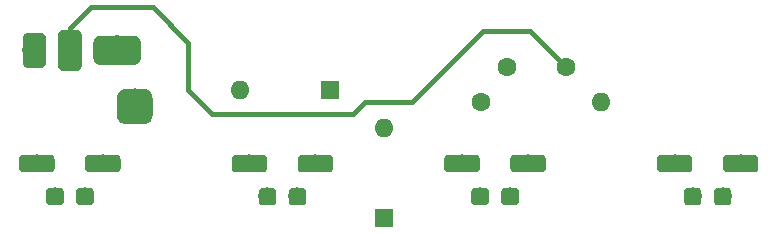
<source format=gbr>
G04 #@! TF.GenerationSoftware,KiCad,Pcbnew,(5.0.1-3-g963ef8bb5)*
G04 #@! TF.CreationDate,2019-02-12T17:52:07-08:00*
G04 #@! TF.ProjectId,4button-3wire,34627574746F6E2D33776972652E6B69,rev?*
G04 #@! TF.SameCoordinates,Original*
G04 #@! TF.FileFunction,Copper,L1,Top,Signal*
G04 #@! TF.FilePolarity,Positive*
%FSLAX46Y46*%
G04 Gerber Fmt 4.6, Leading zero omitted, Abs format (unit mm)*
G04 Created by KiCad (PCBNEW (5.0.1-3-g963ef8bb5)) date Tuesday, February 12, 2019 at 05:52:07 PM*
%MOMM*%
%LPD*%
G01*
G04 APERTURE LIST*
G04 #@! TA.AperFunction,Conductor*
%ADD10C,0.100000*%
G04 #@! TD*
G04 #@! TA.AperFunction,ComponentPad*
%ADD11C,1.500000*%
G04 #@! TD*
G04 #@! TA.AperFunction,ComponentPad*
%ADD12O,1.600000X1.600000*%
G04 #@! TD*
G04 #@! TA.AperFunction,ComponentPad*
%ADD13R,1.600000X1.600000*%
G04 #@! TD*
G04 #@! TA.AperFunction,ComponentPad*
%ADD14C,1.600000*%
G04 #@! TD*
G04 #@! TA.AperFunction,ComponentPad*
%ADD15C,3.000000*%
G04 #@! TD*
G04 #@! TA.AperFunction,ComponentPad*
%ADD16C,2.500000*%
G04 #@! TD*
G04 #@! TA.AperFunction,ComponentPad*
%ADD17C,2.000000*%
G04 #@! TD*
G04 #@! TA.AperFunction,Conductor*
%ADD18C,0.400000*%
G04 #@! TD*
G04 APERTURE END LIST*
D10*
G04 #@! TO.N,Net-(C1-Pad2)*
G04 #@! TO.C,SW2*
G36*
X93141756Y-113251806D02*
X93178159Y-113257206D01*
X93213857Y-113266147D01*
X93248506Y-113278545D01*
X93281774Y-113294280D01*
X93313339Y-113313199D01*
X93342897Y-113335121D01*
X93370165Y-113359835D01*
X93394879Y-113387103D01*
X93416801Y-113416661D01*
X93435720Y-113448226D01*
X93451455Y-113481494D01*
X93463853Y-113516143D01*
X93472794Y-113551841D01*
X93478194Y-113588244D01*
X93480000Y-113625000D01*
X93480000Y-114375000D01*
X93478194Y-114411756D01*
X93472794Y-114448159D01*
X93463853Y-114483857D01*
X93451455Y-114518506D01*
X93435720Y-114551774D01*
X93416801Y-114583339D01*
X93394879Y-114612897D01*
X93370165Y-114640165D01*
X93342897Y-114664879D01*
X93313339Y-114686801D01*
X93281774Y-114705720D01*
X93248506Y-114721455D01*
X93213857Y-114733853D01*
X93178159Y-114742794D01*
X93141756Y-114748194D01*
X93105000Y-114750000D01*
X92355000Y-114750000D01*
X92318244Y-114748194D01*
X92281841Y-114742794D01*
X92246143Y-114733853D01*
X92211494Y-114721455D01*
X92178226Y-114705720D01*
X92146661Y-114686801D01*
X92117103Y-114664879D01*
X92089835Y-114640165D01*
X92065121Y-114612897D01*
X92043199Y-114583339D01*
X92024280Y-114551774D01*
X92008545Y-114518506D01*
X91996147Y-114483857D01*
X91987206Y-114448159D01*
X91981806Y-114411756D01*
X91980000Y-114375000D01*
X91980000Y-113625000D01*
X91981806Y-113588244D01*
X91987206Y-113551841D01*
X91996147Y-113516143D01*
X92008545Y-113481494D01*
X92024280Y-113448226D01*
X92043199Y-113416661D01*
X92065121Y-113387103D01*
X92089835Y-113359835D01*
X92117103Y-113335121D01*
X92146661Y-113313199D01*
X92178226Y-113294280D01*
X92211494Y-113278545D01*
X92246143Y-113266147D01*
X92281841Y-113257206D01*
X92318244Y-113251806D01*
X92355000Y-113250000D01*
X93105000Y-113250000D01*
X93141756Y-113251806D01*
X93141756Y-113251806D01*
G37*
D11*
G04 #@! TD*
G04 #@! TO.P,SW2,4*
G04 #@! TO.N,Net-(C1-Pad2)*
X92730000Y-114000000D03*
D10*
G04 #@! TO.N,Net-(J1-PadS)*
G04 #@! TO.C,SW2*
G36*
X95681756Y-113251806D02*
X95718159Y-113257206D01*
X95753857Y-113266147D01*
X95788506Y-113278545D01*
X95821774Y-113294280D01*
X95853339Y-113313199D01*
X95882897Y-113335121D01*
X95910165Y-113359835D01*
X95934879Y-113387103D01*
X95956801Y-113416661D01*
X95975720Y-113448226D01*
X95991455Y-113481494D01*
X96003853Y-113516143D01*
X96012794Y-113551841D01*
X96018194Y-113588244D01*
X96020000Y-113625000D01*
X96020000Y-114375000D01*
X96018194Y-114411756D01*
X96012794Y-114448159D01*
X96003853Y-114483857D01*
X95991455Y-114518506D01*
X95975720Y-114551774D01*
X95956801Y-114583339D01*
X95934879Y-114612897D01*
X95910165Y-114640165D01*
X95882897Y-114664879D01*
X95853339Y-114686801D01*
X95821774Y-114705720D01*
X95788506Y-114721455D01*
X95753857Y-114733853D01*
X95718159Y-114742794D01*
X95681756Y-114748194D01*
X95645000Y-114750000D01*
X94895000Y-114750000D01*
X94858244Y-114748194D01*
X94821841Y-114742794D01*
X94786143Y-114733853D01*
X94751494Y-114721455D01*
X94718226Y-114705720D01*
X94686661Y-114686801D01*
X94657103Y-114664879D01*
X94629835Y-114640165D01*
X94605121Y-114612897D01*
X94583199Y-114583339D01*
X94564280Y-114551774D01*
X94548545Y-114518506D01*
X94536147Y-114483857D01*
X94527206Y-114448159D01*
X94521806Y-114411756D01*
X94520000Y-114375000D01*
X94520000Y-113625000D01*
X94521806Y-113588244D01*
X94527206Y-113551841D01*
X94536147Y-113516143D01*
X94548545Y-113481494D01*
X94564280Y-113448226D01*
X94583199Y-113416661D01*
X94605121Y-113387103D01*
X94629835Y-113359835D01*
X94657103Y-113335121D01*
X94686661Y-113313199D01*
X94718226Y-113294280D01*
X94751494Y-113278545D01*
X94786143Y-113266147D01*
X94821841Y-113257206D01*
X94858244Y-113251806D01*
X94895000Y-113250000D01*
X95645000Y-113250000D01*
X95681756Y-113251806D01*
X95681756Y-113251806D01*
G37*
D11*
G04 #@! TD*
G04 #@! TO.P,SW2,3*
G04 #@! TO.N,Net-(J1-PadS)*
X95270000Y-114000000D03*
D10*
G04 #@! TO.N,Net-(C1-Pad1)*
G04 #@! TO.C,SW2*
G36*
X97956756Y-110461806D02*
X97993159Y-110467206D01*
X98028857Y-110476147D01*
X98063506Y-110488545D01*
X98096774Y-110504280D01*
X98128339Y-110523199D01*
X98157897Y-110545121D01*
X98185165Y-110569835D01*
X98209879Y-110597103D01*
X98231801Y-110626661D01*
X98250720Y-110658226D01*
X98266455Y-110691494D01*
X98278853Y-110726143D01*
X98287794Y-110761841D01*
X98293194Y-110798244D01*
X98295000Y-110835000D01*
X98295000Y-111585000D01*
X98293194Y-111621756D01*
X98287794Y-111658159D01*
X98278853Y-111693857D01*
X98266455Y-111728506D01*
X98250720Y-111761774D01*
X98231801Y-111793339D01*
X98209879Y-111822897D01*
X98185165Y-111850165D01*
X98157897Y-111874879D01*
X98128339Y-111896801D01*
X98096774Y-111915720D01*
X98063506Y-111931455D01*
X98028857Y-111943853D01*
X97993159Y-111952794D01*
X97956756Y-111958194D01*
X97920000Y-111960000D01*
X95670000Y-111960000D01*
X95633244Y-111958194D01*
X95596841Y-111952794D01*
X95561143Y-111943853D01*
X95526494Y-111931455D01*
X95493226Y-111915720D01*
X95461661Y-111896801D01*
X95432103Y-111874879D01*
X95404835Y-111850165D01*
X95380121Y-111822897D01*
X95358199Y-111793339D01*
X95339280Y-111761774D01*
X95323545Y-111728506D01*
X95311147Y-111693857D01*
X95302206Y-111658159D01*
X95296806Y-111621756D01*
X95295000Y-111585000D01*
X95295000Y-110835000D01*
X95296806Y-110798244D01*
X95302206Y-110761841D01*
X95311147Y-110726143D01*
X95323545Y-110691494D01*
X95339280Y-110658226D01*
X95358199Y-110626661D01*
X95380121Y-110597103D01*
X95404835Y-110569835D01*
X95432103Y-110545121D01*
X95461661Y-110523199D01*
X95493226Y-110504280D01*
X95526494Y-110488545D01*
X95561143Y-110476147D01*
X95596841Y-110467206D01*
X95633244Y-110461806D01*
X95670000Y-110460000D01*
X97920000Y-110460000D01*
X97956756Y-110461806D01*
X97956756Y-110461806D01*
G37*
D11*
G04 #@! TD*
G04 #@! TO.P,SW2,2*
G04 #@! TO.N,Net-(C1-Pad1)*
X96795000Y-111210000D03*
D10*
G04 #@! TO.N,Net-(D5-Pad2)*
G04 #@! TO.C,SW2*
G36*
X92366756Y-110461806D02*
X92403159Y-110467206D01*
X92438857Y-110476147D01*
X92473506Y-110488545D01*
X92506774Y-110504280D01*
X92538339Y-110523199D01*
X92567897Y-110545121D01*
X92595165Y-110569835D01*
X92619879Y-110597103D01*
X92641801Y-110626661D01*
X92660720Y-110658226D01*
X92676455Y-110691494D01*
X92688853Y-110726143D01*
X92697794Y-110761841D01*
X92703194Y-110798244D01*
X92705000Y-110835000D01*
X92705000Y-111585000D01*
X92703194Y-111621756D01*
X92697794Y-111658159D01*
X92688853Y-111693857D01*
X92676455Y-111728506D01*
X92660720Y-111761774D01*
X92641801Y-111793339D01*
X92619879Y-111822897D01*
X92595165Y-111850165D01*
X92567897Y-111874879D01*
X92538339Y-111896801D01*
X92506774Y-111915720D01*
X92473506Y-111931455D01*
X92438857Y-111943853D01*
X92403159Y-111952794D01*
X92366756Y-111958194D01*
X92330000Y-111960000D01*
X90080000Y-111960000D01*
X90043244Y-111958194D01*
X90006841Y-111952794D01*
X89971143Y-111943853D01*
X89936494Y-111931455D01*
X89903226Y-111915720D01*
X89871661Y-111896801D01*
X89842103Y-111874879D01*
X89814835Y-111850165D01*
X89790121Y-111822897D01*
X89768199Y-111793339D01*
X89749280Y-111761774D01*
X89733545Y-111728506D01*
X89721147Y-111693857D01*
X89712206Y-111658159D01*
X89706806Y-111621756D01*
X89705000Y-111585000D01*
X89705000Y-110835000D01*
X89706806Y-110798244D01*
X89712206Y-110761841D01*
X89721147Y-110726143D01*
X89733545Y-110691494D01*
X89749280Y-110658226D01*
X89768199Y-110626661D01*
X89790121Y-110597103D01*
X89814835Y-110569835D01*
X89842103Y-110545121D01*
X89871661Y-110523199D01*
X89903226Y-110504280D01*
X89936494Y-110488545D01*
X89971143Y-110476147D01*
X90006841Y-110467206D01*
X90043244Y-110461806D01*
X90080000Y-110460000D01*
X92330000Y-110460000D01*
X92366756Y-110461806D01*
X92366756Y-110461806D01*
G37*
D11*
G04 #@! TD*
G04 #@! TO.P,SW2,1*
G04 #@! TO.N,Net-(D5-Pad2)*
X91205000Y-111210000D03*
D10*
G04 #@! TO.N,Net-(D6-Pad1)*
G04 #@! TO.C,SW4*
G36*
X128366756Y-110461806D02*
X128403159Y-110467206D01*
X128438857Y-110476147D01*
X128473506Y-110488545D01*
X128506774Y-110504280D01*
X128538339Y-110523199D01*
X128567897Y-110545121D01*
X128595165Y-110569835D01*
X128619879Y-110597103D01*
X128641801Y-110626661D01*
X128660720Y-110658226D01*
X128676455Y-110691494D01*
X128688853Y-110726143D01*
X128697794Y-110761841D01*
X128703194Y-110798244D01*
X128705000Y-110835000D01*
X128705000Y-111585000D01*
X128703194Y-111621756D01*
X128697794Y-111658159D01*
X128688853Y-111693857D01*
X128676455Y-111728506D01*
X128660720Y-111761774D01*
X128641801Y-111793339D01*
X128619879Y-111822897D01*
X128595165Y-111850165D01*
X128567897Y-111874879D01*
X128538339Y-111896801D01*
X128506774Y-111915720D01*
X128473506Y-111931455D01*
X128438857Y-111943853D01*
X128403159Y-111952794D01*
X128366756Y-111958194D01*
X128330000Y-111960000D01*
X126080000Y-111960000D01*
X126043244Y-111958194D01*
X126006841Y-111952794D01*
X125971143Y-111943853D01*
X125936494Y-111931455D01*
X125903226Y-111915720D01*
X125871661Y-111896801D01*
X125842103Y-111874879D01*
X125814835Y-111850165D01*
X125790121Y-111822897D01*
X125768199Y-111793339D01*
X125749280Y-111761774D01*
X125733545Y-111728506D01*
X125721147Y-111693857D01*
X125712206Y-111658159D01*
X125706806Y-111621756D01*
X125705000Y-111585000D01*
X125705000Y-110835000D01*
X125706806Y-110798244D01*
X125712206Y-110761841D01*
X125721147Y-110726143D01*
X125733545Y-110691494D01*
X125749280Y-110658226D01*
X125768199Y-110626661D01*
X125790121Y-110597103D01*
X125814835Y-110569835D01*
X125842103Y-110545121D01*
X125871661Y-110523199D01*
X125903226Y-110504280D01*
X125936494Y-110488545D01*
X125971143Y-110476147D01*
X126006841Y-110467206D01*
X126043244Y-110461806D01*
X126080000Y-110460000D01*
X128330000Y-110460000D01*
X128366756Y-110461806D01*
X128366756Y-110461806D01*
G37*
D11*
G04 #@! TD*
G04 #@! TO.P,SW4,1*
G04 #@! TO.N,Net-(D6-Pad1)*
X127205000Y-111210000D03*
D10*
G04 #@! TO.N,Net-(C1-Pad1)*
G04 #@! TO.C,SW4*
G36*
X133956756Y-110461806D02*
X133993159Y-110467206D01*
X134028857Y-110476147D01*
X134063506Y-110488545D01*
X134096774Y-110504280D01*
X134128339Y-110523199D01*
X134157897Y-110545121D01*
X134185165Y-110569835D01*
X134209879Y-110597103D01*
X134231801Y-110626661D01*
X134250720Y-110658226D01*
X134266455Y-110691494D01*
X134278853Y-110726143D01*
X134287794Y-110761841D01*
X134293194Y-110798244D01*
X134295000Y-110835000D01*
X134295000Y-111585000D01*
X134293194Y-111621756D01*
X134287794Y-111658159D01*
X134278853Y-111693857D01*
X134266455Y-111728506D01*
X134250720Y-111761774D01*
X134231801Y-111793339D01*
X134209879Y-111822897D01*
X134185165Y-111850165D01*
X134157897Y-111874879D01*
X134128339Y-111896801D01*
X134096774Y-111915720D01*
X134063506Y-111931455D01*
X134028857Y-111943853D01*
X133993159Y-111952794D01*
X133956756Y-111958194D01*
X133920000Y-111960000D01*
X131670000Y-111960000D01*
X131633244Y-111958194D01*
X131596841Y-111952794D01*
X131561143Y-111943853D01*
X131526494Y-111931455D01*
X131493226Y-111915720D01*
X131461661Y-111896801D01*
X131432103Y-111874879D01*
X131404835Y-111850165D01*
X131380121Y-111822897D01*
X131358199Y-111793339D01*
X131339280Y-111761774D01*
X131323545Y-111728506D01*
X131311147Y-111693857D01*
X131302206Y-111658159D01*
X131296806Y-111621756D01*
X131295000Y-111585000D01*
X131295000Y-110835000D01*
X131296806Y-110798244D01*
X131302206Y-110761841D01*
X131311147Y-110726143D01*
X131323545Y-110691494D01*
X131339280Y-110658226D01*
X131358199Y-110626661D01*
X131380121Y-110597103D01*
X131404835Y-110569835D01*
X131432103Y-110545121D01*
X131461661Y-110523199D01*
X131493226Y-110504280D01*
X131526494Y-110488545D01*
X131561143Y-110476147D01*
X131596841Y-110467206D01*
X131633244Y-110461806D01*
X131670000Y-110460000D01*
X133920000Y-110460000D01*
X133956756Y-110461806D01*
X133956756Y-110461806D01*
G37*
D11*
G04 #@! TD*
G04 #@! TO.P,SW4,2*
G04 #@! TO.N,Net-(C1-Pad1)*
X132795000Y-111210000D03*
D10*
G04 #@! TO.N,Net-(D5-Pad1)*
G04 #@! TO.C,SW4*
G36*
X131681756Y-113251806D02*
X131718159Y-113257206D01*
X131753857Y-113266147D01*
X131788506Y-113278545D01*
X131821774Y-113294280D01*
X131853339Y-113313199D01*
X131882897Y-113335121D01*
X131910165Y-113359835D01*
X131934879Y-113387103D01*
X131956801Y-113416661D01*
X131975720Y-113448226D01*
X131991455Y-113481494D01*
X132003853Y-113516143D01*
X132012794Y-113551841D01*
X132018194Y-113588244D01*
X132020000Y-113625000D01*
X132020000Y-114375000D01*
X132018194Y-114411756D01*
X132012794Y-114448159D01*
X132003853Y-114483857D01*
X131991455Y-114518506D01*
X131975720Y-114551774D01*
X131956801Y-114583339D01*
X131934879Y-114612897D01*
X131910165Y-114640165D01*
X131882897Y-114664879D01*
X131853339Y-114686801D01*
X131821774Y-114705720D01*
X131788506Y-114721455D01*
X131753857Y-114733853D01*
X131718159Y-114742794D01*
X131681756Y-114748194D01*
X131645000Y-114750000D01*
X130895000Y-114750000D01*
X130858244Y-114748194D01*
X130821841Y-114742794D01*
X130786143Y-114733853D01*
X130751494Y-114721455D01*
X130718226Y-114705720D01*
X130686661Y-114686801D01*
X130657103Y-114664879D01*
X130629835Y-114640165D01*
X130605121Y-114612897D01*
X130583199Y-114583339D01*
X130564280Y-114551774D01*
X130548545Y-114518506D01*
X130536147Y-114483857D01*
X130527206Y-114448159D01*
X130521806Y-114411756D01*
X130520000Y-114375000D01*
X130520000Y-113625000D01*
X130521806Y-113588244D01*
X130527206Y-113551841D01*
X130536147Y-113516143D01*
X130548545Y-113481494D01*
X130564280Y-113448226D01*
X130583199Y-113416661D01*
X130605121Y-113387103D01*
X130629835Y-113359835D01*
X130657103Y-113335121D01*
X130686661Y-113313199D01*
X130718226Y-113294280D01*
X130751494Y-113278545D01*
X130786143Y-113266147D01*
X130821841Y-113257206D01*
X130858244Y-113251806D01*
X130895000Y-113250000D01*
X131645000Y-113250000D01*
X131681756Y-113251806D01*
X131681756Y-113251806D01*
G37*
D11*
G04 #@! TD*
G04 #@! TO.P,SW4,3*
G04 #@! TO.N,Net-(D5-Pad1)*
X131270000Y-114000000D03*
D10*
G04 #@! TO.N,Net-(J1-PadS)*
G04 #@! TO.C,SW4*
G36*
X129141756Y-113251806D02*
X129178159Y-113257206D01*
X129213857Y-113266147D01*
X129248506Y-113278545D01*
X129281774Y-113294280D01*
X129313339Y-113313199D01*
X129342897Y-113335121D01*
X129370165Y-113359835D01*
X129394879Y-113387103D01*
X129416801Y-113416661D01*
X129435720Y-113448226D01*
X129451455Y-113481494D01*
X129463853Y-113516143D01*
X129472794Y-113551841D01*
X129478194Y-113588244D01*
X129480000Y-113625000D01*
X129480000Y-114375000D01*
X129478194Y-114411756D01*
X129472794Y-114448159D01*
X129463853Y-114483857D01*
X129451455Y-114518506D01*
X129435720Y-114551774D01*
X129416801Y-114583339D01*
X129394879Y-114612897D01*
X129370165Y-114640165D01*
X129342897Y-114664879D01*
X129313339Y-114686801D01*
X129281774Y-114705720D01*
X129248506Y-114721455D01*
X129213857Y-114733853D01*
X129178159Y-114742794D01*
X129141756Y-114748194D01*
X129105000Y-114750000D01*
X128355000Y-114750000D01*
X128318244Y-114748194D01*
X128281841Y-114742794D01*
X128246143Y-114733853D01*
X128211494Y-114721455D01*
X128178226Y-114705720D01*
X128146661Y-114686801D01*
X128117103Y-114664879D01*
X128089835Y-114640165D01*
X128065121Y-114612897D01*
X128043199Y-114583339D01*
X128024280Y-114551774D01*
X128008545Y-114518506D01*
X127996147Y-114483857D01*
X127987206Y-114448159D01*
X127981806Y-114411756D01*
X127980000Y-114375000D01*
X127980000Y-113625000D01*
X127981806Y-113588244D01*
X127987206Y-113551841D01*
X127996147Y-113516143D01*
X128008545Y-113481494D01*
X128024280Y-113448226D01*
X128043199Y-113416661D01*
X128065121Y-113387103D01*
X128089835Y-113359835D01*
X128117103Y-113335121D01*
X128146661Y-113313199D01*
X128178226Y-113294280D01*
X128211494Y-113278545D01*
X128246143Y-113266147D01*
X128281841Y-113257206D01*
X128318244Y-113251806D01*
X128355000Y-113250000D01*
X129105000Y-113250000D01*
X129141756Y-113251806D01*
X129141756Y-113251806D01*
G37*
D11*
G04 #@! TD*
G04 #@! TO.P,SW4,4*
G04 #@! TO.N,Net-(J1-PadS)*
X128730000Y-114000000D03*
D10*
G04 #@! TO.N,Net-(C1-Pad2)*
G04 #@! TO.C,SW1*
G36*
X74366756Y-110461806D02*
X74403159Y-110467206D01*
X74438857Y-110476147D01*
X74473506Y-110488545D01*
X74506774Y-110504280D01*
X74538339Y-110523199D01*
X74567897Y-110545121D01*
X74595165Y-110569835D01*
X74619879Y-110597103D01*
X74641801Y-110626661D01*
X74660720Y-110658226D01*
X74676455Y-110691494D01*
X74688853Y-110726143D01*
X74697794Y-110761841D01*
X74703194Y-110798244D01*
X74705000Y-110835000D01*
X74705000Y-111585000D01*
X74703194Y-111621756D01*
X74697794Y-111658159D01*
X74688853Y-111693857D01*
X74676455Y-111728506D01*
X74660720Y-111761774D01*
X74641801Y-111793339D01*
X74619879Y-111822897D01*
X74595165Y-111850165D01*
X74567897Y-111874879D01*
X74538339Y-111896801D01*
X74506774Y-111915720D01*
X74473506Y-111931455D01*
X74438857Y-111943853D01*
X74403159Y-111952794D01*
X74366756Y-111958194D01*
X74330000Y-111960000D01*
X72080000Y-111960000D01*
X72043244Y-111958194D01*
X72006841Y-111952794D01*
X71971143Y-111943853D01*
X71936494Y-111931455D01*
X71903226Y-111915720D01*
X71871661Y-111896801D01*
X71842103Y-111874879D01*
X71814835Y-111850165D01*
X71790121Y-111822897D01*
X71768199Y-111793339D01*
X71749280Y-111761774D01*
X71733545Y-111728506D01*
X71721147Y-111693857D01*
X71712206Y-111658159D01*
X71706806Y-111621756D01*
X71705000Y-111585000D01*
X71705000Y-110835000D01*
X71706806Y-110798244D01*
X71712206Y-110761841D01*
X71721147Y-110726143D01*
X71733545Y-110691494D01*
X71749280Y-110658226D01*
X71768199Y-110626661D01*
X71790121Y-110597103D01*
X71814835Y-110569835D01*
X71842103Y-110545121D01*
X71871661Y-110523199D01*
X71903226Y-110504280D01*
X71936494Y-110488545D01*
X71971143Y-110476147D01*
X72006841Y-110467206D01*
X72043244Y-110461806D01*
X72080000Y-110460000D01*
X74330000Y-110460000D01*
X74366756Y-110461806D01*
X74366756Y-110461806D01*
G37*
D11*
G04 #@! TD*
G04 #@! TO.P,SW1,1*
G04 #@! TO.N,Net-(C1-Pad2)*
X73205000Y-111210000D03*
D10*
G04 #@! TO.N,Net-(D5-Pad2)*
G04 #@! TO.C,SW1*
G36*
X79956756Y-110461806D02*
X79993159Y-110467206D01*
X80028857Y-110476147D01*
X80063506Y-110488545D01*
X80096774Y-110504280D01*
X80128339Y-110523199D01*
X80157897Y-110545121D01*
X80185165Y-110569835D01*
X80209879Y-110597103D01*
X80231801Y-110626661D01*
X80250720Y-110658226D01*
X80266455Y-110691494D01*
X80278853Y-110726143D01*
X80287794Y-110761841D01*
X80293194Y-110798244D01*
X80295000Y-110835000D01*
X80295000Y-111585000D01*
X80293194Y-111621756D01*
X80287794Y-111658159D01*
X80278853Y-111693857D01*
X80266455Y-111728506D01*
X80250720Y-111761774D01*
X80231801Y-111793339D01*
X80209879Y-111822897D01*
X80185165Y-111850165D01*
X80157897Y-111874879D01*
X80128339Y-111896801D01*
X80096774Y-111915720D01*
X80063506Y-111931455D01*
X80028857Y-111943853D01*
X79993159Y-111952794D01*
X79956756Y-111958194D01*
X79920000Y-111960000D01*
X77670000Y-111960000D01*
X77633244Y-111958194D01*
X77596841Y-111952794D01*
X77561143Y-111943853D01*
X77526494Y-111931455D01*
X77493226Y-111915720D01*
X77461661Y-111896801D01*
X77432103Y-111874879D01*
X77404835Y-111850165D01*
X77380121Y-111822897D01*
X77358199Y-111793339D01*
X77339280Y-111761774D01*
X77323545Y-111728506D01*
X77311147Y-111693857D01*
X77302206Y-111658159D01*
X77296806Y-111621756D01*
X77295000Y-111585000D01*
X77295000Y-110835000D01*
X77296806Y-110798244D01*
X77302206Y-110761841D01*
X77311147Y-110726143D01*
X77323545Y-110691494D01*
X77339280Y-110658226D01*
X77358199Y-110626661D01*
X77380121Y-110597103D01*
X77404835Y-110569835D01*
X77432103Y-110545121D01*
X77461661Y-110523199D01*
X77493226Y-110504280D01*
X77526494Y-110488545D01*
X77561143Y-110476147D01*
X77596841Y-110467206D01*
X77633244Y-110461806D01*
X77670000Y-110460000D01*
X79920000Y-110460000D01*
X79956756Y-110461806D01*
X79956756Y-110461806D01*
G37*
D11*
G04 #@! TD*
G04 #@! TO.P,SW1,2*
G04 #@! TO.N,Net-(D5-Pad2)*
X78795000Y-111210000D03*
D10*
G04 #@! TO.N,Net-(C1-Pad2)*
G04 #@! TO.C,SW1*
G36*
X77681756Y-113251806D02*
X77718159Y-113257206D01*
X77753857Y-113266147D01*
X77788506Y-113278545D01*
X77821774Y-113294280D01*
X77853339Y-113313199D01*
X77882897Y-113335121D01*
X77910165Y-113359835D01*
X77934879Y-113387103D01*
X77956801Y-113416661D01*
X77975720Y-113448226D01*
X77991455Y-113481494D01*
X78003853Y-113516143D01*
X78012794Y-113551841D01*
X78018194Y-113588244D01*
X78020000Y-113625000D01*
X78020000Y-114375000D01*
X78018194Y-114411756D01*
X78012794Y-114448159D01*
X78003853Y-114483857D01*
X77991455Y-114518506D01*
X77975720Y-114551774D01*
X77956801Y-114583339D01*
X77934879Y-114612897D01*
X77910165Y-114640165D01*
X77882897Y-114664879D01*
X77853339Y-114686801D01*
X77821774Y-114705720D01*
X77788506Y-114721455D01*
X77753857Y-114733853D01*
X77718159Y-114742794D01*
X77681756Y-114748194D01*
X77645000Y-114750000D01*
X76895000Y-114750000D01*
X76858244Y-114748194D01*
X76821841Y-114742794D01*
X76786143Y-114733853D01*
X76751494Y-114721455D01*
X76718226Y-114705720D01*
X76686661Y-114686801D01*
X76657103Y-114664879D01*
X76629835Y-114640165D01*
X76605121Y-114612897D01*
X76583199Y-114583339D01*
X76564280Y-114551774D01*
X76548545Y-114518506D01*
X76536147Y-114483857D01*
X76527206Y-114448159D01*
X76521806Y-114411756D01*
X76520000Y-114375000D01*
X76520000Y-113625000D01*
X76521806Y-113588244D01*
X76527206Y-113551841D01*
X76536147Y-113516143D01*
X76548545Y-113481494D01*
X76564280Y-113448226D01*
X76583199Y-113416661D01*
X76605121Y-113387103D01*
X76629835Y-113359835D01*
X76657103Y-113335121D01*
X76686661Y-113313199D01*
X76718226Y-113294280D01*
X76751494Y-113278545D01*
X76786143Y-113266147D01*
X76821841Y-113257206D01*
X76858244Y-113251806D01*
X76895000Y-113250000D01*
X77645000Y-113250000D01*
X77681756Y-113251806D01*
X77681756Y-113251806D01*
G37*
D11*
G04 #@! TD*
G04 #@! TO.P,SW1,3*
G04 #@! TO.N,Net-(C1-Pad2)*
X77270000Y-114000000D03*
D10*
G04 #@! TO.N,Net-(J1-PadS)*
G04 #@! TO.C,SW1*
G36*
X75141756Y-113251806D02*
X75178159Y-113257206D01*
X75213857Y-113266147D01*
X75248506Y-113278545D01*
X75281774Y-113294280D01*
X75313339Y-113313199D01*
X75342897Y-113335121D01*
X75370165Y-113359835D01*
X75394879Y-113387103D01*
X75416801Y-113416661D01*
X75435720Y-113448226D01*
X75451455Y-113481494D01*
X75463853Y-113516143D01*
X75472794Y-113551841D01*
X75478194Y-113588244D01*
X75480000Y-113625000D01*
X75480000Y-114375000D01*
X75478194Y-114411756D01*
X75472794Y-114448159D01*
X75463853Y-114483857D01*
X75451455Y-114518506D01*
X75435720Y-114551774D01*
X75416801Y-114583339D01*
X75394879Y-114612897D01*
X75370165Y-114640165D01*
X75342897Y-114664879D01*
X75313339Y-114686801D01*
X75281774Y-114705720D01*
X75248506Y-114721455D01*
X75213857Y-114733853D01*
X75178159Y-114742794D01*
X75141756Y-114748194D01*
X75105000Y-114750000D01*
X74355000Y-114750000D01*
X74318244Y-114748194D01*
X74281841Y-114742794D01*
X74246143Y-114733853D01*
X74211494Y-114721455D01*
X74178226Y-114705720D01*
X74146661Y-114686801D01*
X74117103Y-114664879D01*
X74089835Y-114640165D01*
X74065121Y-114612897D01*
X74043199Y-114583339D01*
X74024280Y-114551774D01*
X74008545Y-114518506D01*
X73996147Y-114483857D01*
X73987206Y-114448159D01*
X73981806Y-114411756D01*
X73980000Y-114375000D01*
X73980000Y-113625000D01*
X73981806Y-113588244D01*
X73987206Y-113551841D01*
X73996147Y-113516143D01*
X74008545Y-113481494D01*
X74024280Y-113448226D01*
X74043199Y-113416661D01*
X74065121Y-113387103D01*
X74089835Y-113359835D01*
X74117103Y-113335121D01*
X74146661Y-113313199D01*
X74178226Y-113294280D01*
X74211494Y-113278545D01*
X74246143Y-113266147D01*
X74281841Y-113257206D01*
X74318244Y-113251806D01*
X74355000Y-113250000D01*
X75105000Y-113250000D01*
X75141756Y-113251806D01*
X75141756Y-113251806D01*
G37*
D11*
G04 #@! TD*
G04 #@! TO.P,SW1,4*
G04 #@! TO.N,Net-(J1-PadS)*
X74730000Y-114000000D03*
D10*
G04 #@! TO.N,Net-(D6-Pad1)*
G04 #@! TO.C,SW3*
G36*
X110366756Y-110461806D02*
X110403159Y-110467206D01*
X110438857Y-110476147D01*
X110473506Y-110488545D01*
X110506774Y-110504280D01*
X110538339Y-110523199D01*
X110567897Y-110545121D01*
X110595165Y-110569835D01*
X110619879Y-110597103D01*
X110641801Y-110626661D01*
X110660720Y-110658226D01*
X110676455Y-110691494D01*
X110688853Y-110726143D01*
X110697794Y-110761841D01*
X110703194Y-110798244D01*
X110705000Y-110835000D01*
X110705000Y-111585000D01*
X110703194Y-111621756D01*
X110697794Y-111658159D01*
X110688853Y-111693857D01*
X110676455Y-111728506D01*
X110660720Y-111761774D01*
X110641801Y-111793339D01*
X110619879Y-111822897D01*
X110595165Y-111850165D01*
X110567897Y-111874879D01*
X110538339Y-111896801D01*
X110506774Y-111915720D01*
X110473506Y-111931455D01*
X110438857Y-111943853D01*
X110403159Y-111952794D01*
X110366756Y-111958194D01*
X110330000Y-111960000D01*
X108080000Y-111960000D01*
X108043244Y-111958194D01*
X108006841Y-111952794D01*
X107971143Y-111943853D01*
X107936494Y-111931455D01*
X107903226Y-111915720D01*
X107871661Y-111896801D01*
X107842103Y-111874879D01*
X107814835Y-111850165D01*
X107790121Y-111822897D01*
X107768199Y-111793339D01*
X107749280Y-111761774D01*
X107733545Y-111728506D01*
X107721147Y-111693857D01*
X107712206Y-111658159D01*
X107706806Y-111621756D01*
X107705000Y-111585000D01*
X107705000Y-110835000D01*
X107706806Y-110798244D01*
X107712206Y-110761841D01*
X107721147Y-110726143D01*
X107733545Y-110691494D01*
X107749280Y-110658226D01*
X107768199Y-110626661D01*
X107790121Y-110597103D01*
X107814835Y-110569835D01*
X107842103Y-110545121D01*
X107871661Y-110523199D01*
X107903226Y-110504280D01*
X107936494Y-110488545D01*
X107971143Y-110476147D01*
X108006841Y-110467206D01*
X108043244Y-110461806D01*
X108080000Y-110460000D01*
X110330000Y-110460000D01*
X110366756Y-110461806D01*
X110366756Y-110461806D01*
G37*
D11*
G04 #@! TD*
G04 #@! TO.P,SW3,1*
G04 #@! TO.N,Net-(D6-Pad1)*
X109205000Y-111210000D03*
D10*
G04 #@! TO.N,Net-(C1-Pad2)*
G04 #@! TO.C,SW3*
G36*
X115956756Y-110461806D02*
X115993159Y-110467206D01*
X116028857Y-110476147D01*
X116063506Y-110488545D01*
X116096774Y-110504280D01*
X116128339Y-110523199D01*
X116157897Y-110545121D01*
X116185165Y-110569835D01*
X116209879Y-110597103D01*
X116231801Y-110626661D01*
X116250720Y-110658226D01*
X116266455Y-110691494D01*
X116278853Y-110726143D01*
X116287794Y-110761841D01*
X116293194Y-110798244D01*
X116295000Y-110835000D01*
X116295000Y-111585000D01*
X116293194Y-111621756D01*
X116287794Y-111658159D01*
X116278853Y-111693857D01*
X116266455Y-111728506D01*
X116250720Y-111761774D01*
X116231801Y-111793339D01*
X116209879Y-111822897D01*
X116185165Y-111850165D01*
X116157897Y-111874879D01*
X116128339Y-111896801D01*
X116096774Y-111915720D01*
X116063506Y-111931455D01*
X116028857Y-111943853D01*
X115993159Y-111952794D01*
X115956756Y-111958194D01*
X115920000Y-111960000D01*
X113670000Y-111960000D01*
X113633244Y-111958194D01*
X113596841Y-111952794D01*
X113561143Y-111943853D01*
X113526494Y-111931455D01*
X113493226Y-111915720D01*
X113461661Y-111896801D01*
X113432103Y-111874879D01*
X113404835Y-111850165D01*
X113380121Y-111822897D01*
X113358199Y-111793339D01*
X113339280Y-111761774D01*
X113323545Y-111728506D01*
X113311147Y-111693857D01*
X113302206Y-111658159D01*
X113296806Y-111621756D01*
X113295000Y-111585000D01*
X113295000Y-110835000D01*
X113296806Y-110798244D01*
X113302206Y-110761841D01*
X113311147Y-110726143D01*
X113323545Y-110691494D01*
X113339280Y-110658226D01*
X113358199Y-110626661D01*
X113380121Y-110597103D01*
X113404835Y-110569835D01*
X113432103Y-110545121D01*
X113461661Y-110523199D01*
X113493226Y-110504280D01*
X113526494Y-110488545D01*
X113561143Y-110476147D01*
X113596841Y-110467206D01*
X113633244Y-110461806D01*
X113670000Y-110460000D01*
X115920000Y-110460000D01*
X115956756Y-110461806D01*
X115956756Y-110461806D01*
G37*
D11*
G04 #@! TD*
G04 #@! TO.P,SW3,2*
G04 #@! TO.N,Net-(C1-Pad2)*
X114795000Y-111210000D03*
D10*
G04 #@! TO.N,Net-(J1-PadS)*
G04 #@! TO.C,SW3*
G36*
X113681756Y-113251806D02*
X113718159Y-113257206D01*
X113753857Y-113266147D01*
X113788506Y-113278545D01*
X113821774Y-113294280D01*
X113853339Y-113313199D01*
X113882897Y-113335121D01*
X113910165Y-113359835D01*
X113934879Y-113387103D01*
X113956801Y-113416661D01*
X113975720Y-113448226D01*
X113991455Y-113481494D01*
X114003853Y-113516143D01*
X114012794Y-113551841D01*
X114018194Y-113588244D01*
X114020000Y-113625000D01*
X114020000Y-114375000D01*
X114018194Y-114411756D01*
X114012794Y-114448159D01*
X114003853Y-114483857D01*
X113991455Y-114518506D01*
X113975720Y-114551774D01*
X113956801Y-114583339D01*
X113934879Y-114612897D01*
X113910165Y-114640165D01*
X113882897Y-114664879D01*
X113853339Y-114686801D01*
X113821774Y-114705720D01*
X113788506Y-114721455D01*
X113753857Y-114733853D01*
X113718159Y-114742794D01*
X113681756Y-114748194D01*
X113645000Y-114750000D01*
X112895000Y-114750000D01*
X112858244Y-114748194D01*
X112821841Y-114742794D01*
X112786143Y-114733853D01*
X112751494Y-114721455D01*
X112718226Y-114705720D01*
X112686661Y-114686801D01*
X112657103Y-114664879D01*
X112629835Y-114640165D01*
X112605121Y-114612897D01*
X112583199Y-114583339D01*
X112564280Y-114551774D01*
X112548545Y-114518506D01*
X112536147Y-114483857D01*
X112527206Y-114448159D01*
X112521806Y-114411756D01*
X112520000Y-114375000D01*
X112520000Y-113625000D01*
X112521806Y-113588244D01*
X112527206Y-113551841D01*
X112536147Y-113516143D01*
X112548545Y-113481494D01*
X112564280Y-113448226D01*
X112583199Y-113416661D01*
X112605121Y-113387103D01*
X112629835Y-113359835D01*
X112657103Y-113335121D01*
X112686661Y-113313199D01*
X112718226Y-113294280D01*
X112751494Y-113278545D01*
X112786143Y-113266147D01*
X112821841Y-113257206D01*
X112858244Y-113251806D01*
X112895000Y-113250000D01*
X113645000Y-113250000D01*
X113681756Y-113251806D01*
X113681756Y-113251806D01*
G37*
D11*
G04 #@! TD*
G04 #@! TO.P,SW3,3*
G04 #@! TO.N,Net-(J1-PadS)*
X113270000Y-114000000D03*
D10*
G04 #@! TO.N,Net-(D5-Pad1)*
G04 #@! TO.C,SW3*
G36*
X111141756Y-113251806D02*
X111178159Y-113257206D01*
X111213857Y-113266147D01*
X111248506Y-113278545D01*
X111281774Y-113294280D01*
X111313339Y-113313199D01*
X111342897Y-113335121D01*
X111370165Y-113359835D01*
X111394879Y-113387103D01*
X111416801Y-113416661D01*
X111435720Y-113448226D01*
X111451455Y-113481494D01*
X111463853Y-113516143D01*
X111472794Y-113551841D01*
X111478194Y-113588244D01*
X111480000Y-113625000D01*
X111480000Y-114375000D01*
X111478194Y-114411756D01*
X111472794Y-114448159D01*
X111463853Y-114483857D01*
X111451455Y-114518506D01*
X111435720Y-114551774D01*
X111416801Y-114583339D01*
X111394879Y-114612897D01*
X111370165Y-114640165D01*
X111342897Y-114664879D01*
X111313339Y-114686801D01*
X111281774Y-114705720D01*
X111248506Y-114721455D01*
X111213857Y-114733853D01*
X111178159Y-114742794D01*
X111141756Y-114748194D01*
X111105000Y-114750000D01*
X110355000Y-114750000D01*
X110318244Y-114748194D01*
X110281841Y-114742794D01*
X110246143Y-114733853D01*
X110211494Y-114721455D01*
X110178226Y-114705720D01*
X110146661Y-114686801D01*
X110117103Y-114664879D01*
X110089835Y-114640165D01*
X110065121Y-114612897D01*
X110043199Y-114583339D01*
X110024280Y-114551774D01*
X110008545Y-114518506D01*
X109996147Y-114483857D01*
X109987206Y-114448159D01*
X109981806Y-114411756D01*
X109980000Y-114375000D01*
X109980000Y-113625000D01*
X109981806Y-113588244D01*
X109987206Y-113551841D01*
X109996147Y-113516143D01*
X110008545Y-113481494D01*
X110024280Y-113448226D01*
X110043199Y-113416661D01*
X110065121Y-113387103D01*
X110089835Y-113359835D01*
X110117103Y-113335121D01*
X110146661Y-113313199D01*
X110178226Y-113294280D01*
X110211494Y-113278545D01*
X110246143Y-113266147D01*
X110281841Y-113257206D01*
X110318244Y-113251806D01*
X110355000Y-113250000D01*
X111105000Y-113250000D01*
X111141756Y-113251806D01*
X111141756Y-113251806D01*
G37*
D11*
G04 #@! TD*
G04 #@! TO.P,SW3,4*
G04 #@! TO.N,Net-(D5-Pad1)*
X110730000Y-114000000D03*
D12*
G04 #@! TO.P,D5,2*
G04 #@! TO.N,Net-(D5-Pad2)*
X90380000Y-105000000D03*
D13*
G04 #@! TO.P,D5,1*
G04 #@! TO.N,Net-(D5-Pad1)*
X98000000Y-105000000D03*
G04 #@! TD*
D14*
G04 #@! TO.P,C1,1*
G04 #@! TO.N,Net-(C1-Pad1)*
X113000000Y-103000000D03*
G04 #@! TO.P,C1,2*
G04 #@! TO.N,Net-(C1-Pad2)*
X118000000Y-103000000D03*
G04 #@! TD*
D12*
G04 #@! TO.P,R4,2*
G04 #@! TO.N,Net-(C1-Pad2)*
X121000000Y-106000000D03*
D14*
G04 #@! TO.P,R4,1*
G04 #@! TO.N,Net-(C1-Pad1)*
X110840000Y-106000000D03*
G04 #@! TD*
D10*
G04 #@! TO.N,N/C*
G04 #@! TO.C,J1*
G36*
X82323513Y-104878611D02*
X82396318Y-104889411D01*
X82467714Y-104907295D01*
X82537013Y-104932090D01*
X82603548Y-104963559D01*
X82666678Y-105001398D01*
X82725795Y-105045242D01*
X82780330Y-105094670D01*
X82829758Y-105149205D01*
X82873602Y-105208322D01*
X82911441Y-105271452D01*
X82942910Y-105337987D01*
X82967705Y-105407286D01*
X82985589Y-105478682D01*
X82996389Y-105551487D01*
X83000000Y-105625000D01*
X83000000Y-107125000D01*
X82996389Y-107198513D01*
X82985589Y-107271318D01*
X82967705Y-107342714D01*
X82942910Y-107412013D01*
X82911441Y-107478548D01*
X82873602Y-107541678D01*
X82829758Y-107600795D01*
X82780330Y-107655330D01*
X82725795Y-107704758D01*
X82666678Y-107748602D01*
X82603548Y-107786441D01*
X82537013Y-107817910D01*
X82467714Y-107842705D01*
X82396318Y-107860589D01*
X82323513Y-107871389D01*
X82250000Y-107875000D01*
X80750000Y-107875000D01*
X80676487Y-107871389D01*
X80603682Y-107860589D01*
X80532286Y-107842705D01*
X80462987Y-107817910D01*
X80396452Y-107786441D01*
X80333322Y-107748602D01*
X80274205Y-107704758D01*
X80219670Y-107655330D01*
X80170242Y-107600795D01*
X80126398Y-107541678D01*
X80088559Y-107478548D01*
X80057090Y-107412013D01*
X80032295Y-107342714D01*
X80014411Y-107271318D01*
X80003611Y-107198513D01*
X80000000Y-107125000D01*
X80000000Y-105625000D01*
X80003611Y-105551487D01*
X80014411Y-105478682D01*
X80032295Y-105407286D01*
X80057090Y-105337987D01*
X80088559Y-105271452D01*
X80126398Y-105208322D01*
X80170242Y-105149205D01*
X80219670Y-105094670D01*
X80274205Y-105045242D01*
X80333322Y-105001398D01*
X80396452Y-104963559D01*
X80462987Y-104932090D01*
X80532286Y-104907295D01*
X80603682Y-104889411D01*
X80676487Y-104878611D01*
X80750000Y-104875000D01*
X82250000Y-104875000D01*
X82323513Y-104878611D01*
X82323513Y-104878611D01*
G37*
D15*
G04 #@! TD*
G04 #@! TO.P,J1,X*
G04 #@! TO.N,N/C*
X81500000Y-106375000D03*
D10*
G04 #@! TO.N,Net-(D5-Pad1)*
G04 #@! TO.C,J1*
G36*
X81436261Y-100378010D02*
X81496931Y-100387009D01*
X81556428Y-100401912D01*
X81614177Y-100422575D01*
X81669623Y-100448799D01*
X81722231Y-100480331D01*
X81771496Y-100516868D01*
X81816942Y-100558058D01*
X81858132Y-100603504D01*
X81894669Y-100652769D01*
X81926201Y-100705377D01*
X81952425Y-100760823D01*
X81973088Y-100818572D01*
X81987991Y-100878069D01*
X81996990Y-100938739D01*
X82000000Y-101000000D01*
X82000000Y-102250000D01*
X81996990Y-102311261D01*
X81987991Y-102371931D01*
X81973088Y-102431428D01*
X81952425Y-102489177D01*
X81926201Y-102544623D01*
X81894669Y-102597231D01*
X81858132Y-102646496D01*
X81816942Y-102691942D01*
X81771496Y-102733132D01*
X81722231Y-102769669D01*
X81669623Y-102801201D01*
X81614177Y-102827425D01*
X81556428Y-102848088D01*
X81496931Y-102862991D01*
X81436261Y-102871990D01*
X81375000Y-102875000D01*
X78625000Y-102875000D01*
X78563739Y-102871990D01*
X78503069Y-102862991D01*
X78443572Y-102848088D01*
X78385823Y-102827425D01*
X78330377Y-102801201D01*
X78277769Y-102769669D01*
X78228504Y-102733132D01*
X78183058Y-102691942D01*
X78141868Y-102646496D01*
X78105331Y-102597231D01*
X78073799Y-102544623D01*
X78047575Y-102489177D01*
X78026912Y-102431428D01*
X78012009Y-102371931D01*
X78003010Y-102311261D01*
X78000000Y-102250000D01*
X78000000Y-101000000D01*
X78003010Y-100938739D01*
X78012009Y-100878069D01*
X78026912Y-100818572D01*
X78047575Y-100760823D01*
X78073799Y-100705377D01*
X78105331Y-100652769D01*
X78141868Y-100603504D01*
X78183058Y-100558058D01*
X78228504Y-100516868D01*
X78277769Y-100480331D01*
X78330377Y-100448799D01*
X78385823Y-100422575D01*
X78443572Y-100401912D01*
X78503069Y-100387009D01*
X78563739Y-100378010D01*
X78625000Y-100375000D01*
X81375000Y-100375000D01*
X81436261Y-100378010D01*
X81436261Y-100378010D01*
G37*
D16*
G04 #@! TD*
G04 #@! TO.P,J1,T*
G04 #@! TO.N,Net-(D5-Pad1)*
X80000000Y-101625000D03*
D10*
G04 #@! TO.N,Net-(C1-Pad2)*
G04 #@! TO.C,J1*
G36*
X76549009Y-99877408D02*
X76597545Y-99884607D01*
X76645142Y-99896530D01*
X76691342Y-99913060D01*
X76735698Y-99934039D01*
X76777785Y-99959265D01*
X76817197Y-99988495D01*
X76853553Y-100021447D01*
X76886505Y-100057803D01*
X76915735Y-100097215D01*
X76940961Y-100139302D01*
X76961940Y-100183658D01*
X76978470Y-100229858D01*
X76990393Y-100277455D01*
X76997592Y-100325991D01*
X77000000Y-100375000D01*
X77000000Y-102875000D01*
X76997592Y-102924009D01*
X76990393Y-102972545D01*
X76978470Y-103020142D01*
X76961940Y-103066342D01*
X76940961Y-103110698D01*
X76915735Y-103152785D01*
X76886505Y-103192197D01*
X76853553Y-103228553D01*
X76817197Y-103261505D01*
X76777785Y-103290735D01*
X76735698Y-103315961D01*
X76691342Y-103336940D01*
X76645142Y-103353470D01*
X76597545Y-103365393D01*
X76549009Y-103372592D01*
X76500000Y-103375000D01*
X75500000Y-103375000D01*
X75450991Y-103372592D01*
X75402455Y-103365393D01*
X75354858Y-103353470D01*
X75308658Y-103336940D01*
X75264302Y-103315961D01*
X75222215Y-103290735D01*
X75182803Y-103261505D01*
X75146447Y-103228553D01*
X75113495Y-103192197D01*
X75084265Y-103152785D01*
X75059039Y-103110698D01*
X75038060Y-103066342D01*
X75021530Y-103020142D01*
X75009607Y-102972545D01*
X75002408Y-102924009D01*
X75000000Y-102875000D01*
X75000000Y-100375000D01*
X75002408Y-100325991D01*
X75009607Y-100277455D01*
X75021530Y-100229858D01*
X75038060Y-100183658D01*
X75059039Y-100139302D01*
X75084265Y-100097215D01*
X75113495Y-100057803D01*
X75146447Y-100021447D01*
X75182803Y-99988495D01*
X75222215Y-99959265D01*
X75264302Y-99934039D01*
X75308658Y-99913060D01*
X75354858Y-99896530D01*
X75402455Y-99884607D01*
X75450991Y-99877408D01*
X75500000Y-99875000D01*
X76500000Y-99875000D01*
X76549009Y-99877408D01*
X76549009Y-99877408D01*
G37*
D17*
G04 #@! TD*
G04 #@! TO.P,J1,R*
G04 #@! TO.N,Net-(C1-Pad2)*
X76000000Y-101625000D03*
D10*
G04 #@! TO.N,Net-(J1-PadS)*
G04 #@! TO.C,J1*
G36*
X73549009Y-100127408D02*
X73597545Y-100134607D01*
X73645142Y-100146530D01*
X73691342Y-100163060D01*
X73735698Y-100184039D01*
X73777785Y-100209265D01*
X73817197Y-100238495D01*
X73853553Y-100271447D01*
X73886505Y-100307803D01*
X73915735Y-100347215D01*
X73940961Y-100389302D01*
X73961940Y-100433658D01*
X73978470Y-100479858D01*
X73990393Y-100527455D01*
X73997592Y-100575991D01*
X74000000Y-100625000D01*
X74000000Y-102625000D01*
X73997592Y-102674009D01*
X73990393Y-102722545D01*
X73978470Y-102770142D01*
X73961940Y-102816342D01*
X73940961Y-102860698D01*
X73915735Y-102902785D01*
X73886505Y-102942197D01*
X73853553Y-102978553D01*
X73817197Y-103011505D01*
X73777785Y-103040735D01*
X73735698Y-103065961D01*
X73691342Y-103086940D01*
X73645142Y-103103470D01*
X73597545Y-103115393D01*
X73549009Y-103122592D01*
X73500000Y-103125000D01*
X72500000Y-103125000D01*
X72450991Y-103122592D01*
X72402455Y-103115393D01*
X72354858Y-103103470D01*
X72308658Y-103086940D01*
X72264302Y-103065961D01*
X72222215Y-103040735D01*
X72182803Y-103011505D01*
X72146447Y-102978553D01*
X72113495Y-102942197D01*
X72084265Y-102902785D01*
X72059039Y-102860698D01*
X72038060Y-102816342D01*
X72021530Y-102770142D01*
X72009607Y-102722545D01*
X72002408Y-102674009D01*
X72000000Y-102625000D01*
X72000000Y-100625000D01*
X72002408Y-100575991D01*
X72009607Y-100527455D01*
X72021530Y-100479858D01*
X72038060Y-100433658D01*
X72059039Y-100389302D01*
X72084265Y-100347215D01*
X72113495Y-100307803D01*
X72146447Y-100271447D01*
X72182803Y-100238495D01*
X72222215Y-100209265D01*
X72264302Y-100184039D01*
X72308658Y-100163060D01*
X72354858Y-100146530D01*
X72402455Y-100134607D01*
X72450991Y-100127408D01*
X72500000Y-100125000D01*
X73500000Y-100125000D01*
X73549009Y-100127408D01*
X73549009Y-100127408D01*
G37*
D17*
G04 #@! TD*
G04 #@! TO.P,J1,S*
G04 #@! TO.N,Net-(J1-PadS)*
X73000000Y-101625000D03*
D12*
G04 #@! TO.P,D6,2*
G04 #@! TO.N,Net-(D5-Pad1)*
X102616000Y-108204000D03*
D13*
G04 #@! TO.P,D6,1*
G04 #@! TO.N,Net-(D6-Pad1)*
X102616000Y-115824000D03*
G04 #@! TD*
D18*
G04 #@! TO.N,Net-(C1-Pad2)*
X76000000Y-99775000D02*
X76000000Y-101625000D01*
X77775000Y-98000000D02*
X76000000Y-99775000D01*
X83000000Y-98000000D02*
X77775000Y-98000000D01*
X86000000Y-101000000D02*
X83000000Y-98000000D01*
X88000000Y-107000000D02*
X86000000Y-105000000D01*
X86000000Y-105000000D02*
X86000000Y-101000000D01*
X101000000Y-106000000D02*
X100000000Y-107000000D01*
X105000000Y-106000000D02*
X101000000Y-106000000D01*
X111000000Y-100000000D02*
X105000000Y-106000000D01*
X100000000Y-107000000D02*
X88000000Y-107000000D01*
X115000000Y-100000000D02*
X111000000Y-100000000D01*
X118000000Y-103000000D02*
X115000000Y-100000000D01*
G04 #@! TD*
M02*

</source>
